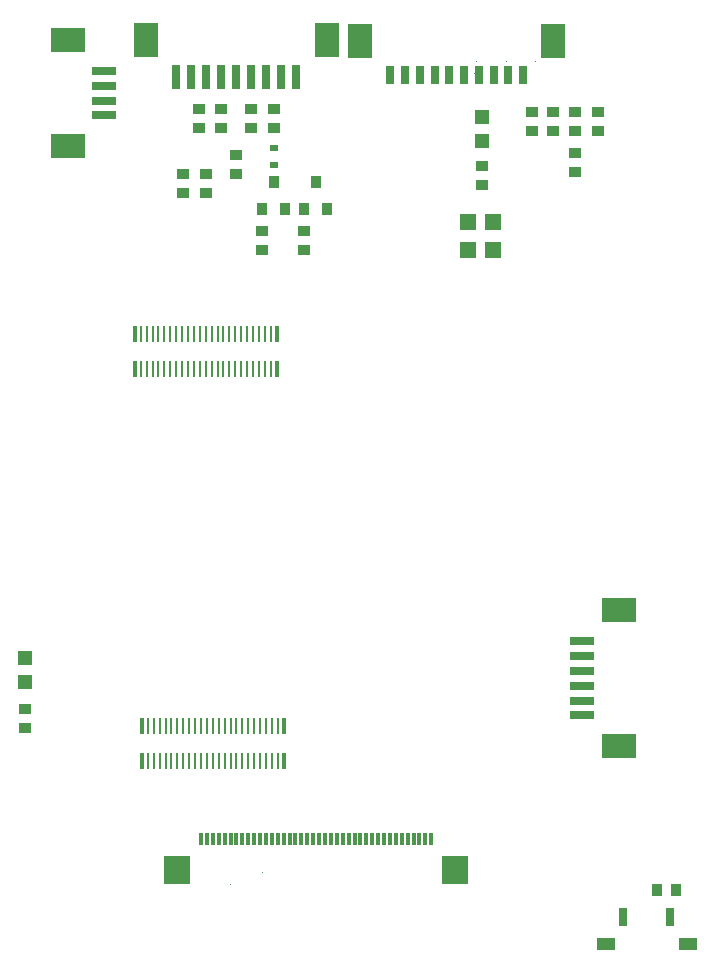
<source format=gtp>
%FSLAX44Y44*%
%MOMM*%
G71*
G01*
G75*
G04 Layer_Color=8421504*
%ADD10R,0.8000X1.5000*%
%ADD11R,1.5000X1.0000*%
%ADD12R,1.0160X0.8890*%
%ADD13R,0.3000X1.3500*%
%ADD14R,0.2500X1.3500*%
%ADD15R,3.0000X2.1000*%
%ADD16R,2.1000X0.8000*%
%ADD17R,2.1844X2.4130*%
%ADD18R,0.3000X1.1000*%
%ADD19R,0.8128X1.0668*%
%ADD20R,0.8000X1.6000*%
%ADD21R,2.1000X3.0000*%
%ADD22R,0.8000X2.1000*%
%ADD23R,1.2954X1.1938*%
%ADD24R,0.8890X1.0160*%
%ADD25R,0.7000X0.6000*%
%ADD26R,1.3970X1.3970*%
%ADD27C,0.6000*%
%ADD28C,0.2540*%
%ADD29C,0.5000*%
%ADD30C,1.0000*%
%ADD31C,0.0254*%
%ADD32C,0.0254*%
G04:AMPARAMS|DCode=33|XSize=4mm|YSize=4mm|CornerRadius=2mm|HoleSize=0mm|Usage=FLASHONLY|Rotation=0.000|XOffset=0mm|YOffset=0mm|HoleType=Round|Shape=RoundedRectangle|*
%AMROUNDEDRECTD33*
21,1,4.0000,0.0000,0,0,0.0*
21,1,0.0000,4.0000,0,0,0.0*
1,1,4.0000,0.0000,0.0000*
1,1,4.0000,0.0000,0.0000*
1,1,4.0000,0.0000,0.0000*
1,1,4.0000,0.0000,0.0000*
%
%ADD33ROUNDEDRECTD33*%
%ADD34C,0.4500*%
%ADD35R,0.8128X0.8128*%
%ADD36R,1.2700X0.5080*%
%ADD37R,0.5000X0.8000*%
%ADD38R,1.3970X1.3970*%
%ADD39R,0.8000X1.5000*%
%ADD40R,1.4500X2.0000*%
%ADD41R,0.6096X2.0320*%
%ADD42O,0.6096X2.0320*%
%ADD43R,1.2000X1.8000*%
%ADD44R,1.0000X1.6000*%
%ADD45R,2.0000X2.0000*%
%ADD46R,2.5000X2.2000*%
%ADD47R,1.2954X1.6002*%
%ADD48R,1.6000X1.2000*%
%ADD49R,1.0668X0.8128*%
%ADD50R,3.5000X1.0000*%
%ADD51R,1.2000X1.6000*%
%ADD52R,2.1500X6.3000*%
%ADD53C,0.8000*%
%ADD54C,0.1200*%
%ADD55C,0.1000*%
%ADD56C,0.1501*%
%ADD57C,0.1500*%
%ADD58C,0.1250*%
%ADD59C,0.2032*%
D10*
X274800Y40230D02*
D03*
X235100D02*
D03*
D11*
X290000Y17630D02*
D03*
X220000D02*
D03*
D12*
X-271780Y200279D02*
D03*
Y216281D02*
D03*
X-34989Y604869D02*
D03*
Y620871D02*
D03*
X-70549Y604869D02*
D03*
Y620871D02*
D03*
X194310Y671449D02*
D03*
Y687451D02*
D03*
X-137500Y653288D02*
D03*
Y669290D02*
D03*
X-80010Y724281D02*
D03*
Y708279D02*
D03*
X-60960Y724281D02*
D03*
Y708279D02*
D03*
X-124460D02*
D03*
Y724281D02*
D03*
X194310Y705739D02*
D03*
Y721741D02*
D03*
X175730Y705739D02*
D03*
Y721741D02*
D03*
X157480Y705739D02*
D03*
Y721741D02*
D03*
X213360Y705739D02*
D03*
Y721741D02*
D03*
X-105410Y708279D02*
D03*
Y724281D02*
D03*
X-92710Y669429D02*
D03*
Y685431D02*
D03*
X-118500Y669290D02*
D03*
Y653288D02*
D03*
X115570Y660019D02*
D03*
Y676021D02*
D03*
D13*
X-178750Y504310D02*
D03*
Y533810D02*
D03*
X-58250Y504310D02*
D03*
Y533810D02*
D03*
X-172750Y172310D02*
D03*
Y201810D02*
D03*
X-52250Y172310D02*
D03*
Y201810D02*
D03*
D14*
X-173500Y504310D02*
D03*
Y533810D02*
D03*
X-168500Y504310D02*
D03*
Y533810D02*
D03*
X-163500Y504310D02*
D03*
Y533810D02*
D03*
X-158500Y504310D02*
D03*
Y533810D02*
D03*
X-153500Y504310D02*
D03*
Y533810D02*
D03*
X-148500Y504310D02*
D03*
Y533810D02*
D03*
X-143500Y504310D02*
D03*
Y533810D02*
D03*
X-138500Y504310D02*
D03*
Y533810D02*
D03*
X-133500Y504310D02*
D03*
Y533810D02*
D03*
X-128500Y504310D02*
D03*
Y533810D02*
D03*
X-123500Y504310D02*
D03*
Y533810D02*
D03*
X-118500Y504310D02*
D03*
Y533810D02*
D03*
X-113500Y504310D02*
D03*
Y533810D02*
D03*
X-108500Y504310D02*
D03*
Y533810D02*
D03*
X-103500Y504310D02*
D03*
Y533810D02*
D03*
X-98500Y504310D02*
D03*
Y533810D02*
D03*
X-93500Y504310D02*
D03*
Y533810D02*
D03*
X-88500Y504310D02*
D03*
Y533810D02*
D03*
X-83500Y504310D02*
D03*
Y533810D02*
D03*
X-78500Y504310D02*
D03*
Y533810D02*
D03*
X-73500Y504310D02*
D03*
Y533810D02*
D03*
X-68500Y504310D02*
D03*
Y533810D02*
D03*
X-63500Y504310D02*
D03*
Y533810D02*
D03*
X-167500Y172310D02*
D03*
Y201810D02*
D03*
X-162500Y172310D02*
D03*
Y201810D02*
D03*
X-157500Y172310D02*
D03*
Y201810D02*
D03*
X-152500Y172310D02*
D03*
Y201810D02*
D03*
X-147500Y172310D02*
D03*
Y201810D02*
D03*
X-142500Y172310D02*
D03*
Y201810D02*
D03*
X-137500Y172310D02*
D03*
Y201810D02*
D03*
X-132500Y172310D02*
D03*
Y201810D02*
D03*
X-127500Y172310D02*
D03*
Y201810D02*
D03*
X-122500Y172310D02*
D03*
Y201810D02*
D03*
X-117500Y172310D02*
D03*
Y201810D02*
D03*
X-112500Y172310D02*
D03*
Y201810D02*
D03*
X-107500Y172310D02*
D03*
Y201810D02*
D03*
X-102500Y172310D02*
D03*
Y201810D02*
D03*
X-97500Y172310D02*
D03*
Y201810D02*
D03*
X-92500Y172310D02*
D03*
Y201810D02*
D03*
X-87500Y172310D02*
D03*
Y201810D02*
D03*
X-82500Y172310D02*
D03*
Y201810D02*
D03*
X-77500Y172310D02*
D03*
Y201810D02*
D03*
X-72500Y172310D02*
D03*
Y201810D02*
D03*
X-67500Y172310D02*
D03*
Y201810D02*
D03*
X-62500Y172310D02*
D03*
Y201810D02*
D03*
X-57500Y172310D02*
D03*
Y201810D02*
D03*
D15*
X231400Y300270D02*
D03*
Y184870D02*
D03*
X-235210Y782870D02*
D03*
Y692870D02*
D03*
D16*
X200400Y274020D02*
D03*
Y261520D02*
D03*
Y223620D02*
D03*
Y211120D02*
D03*
Y236320D02*
D03*
Y248820D02*
D03*
X-204210Y719120D02*
D03*
Y731620D02*
D03*
Y744120D02*
D03*
Y756620D02*
D03*
D17*
X92443Y80065D02*
D03*
X-142437Y80065D02*
D03*
D18*
X-122500Y106500D02*
D03*
X-117500D02*
D03*
X-112500D02*
D03*
X-107500D02*
D03*
X-102500D02*
D03*
X-97500D02*
D03*
X-92500D02*
D03*
X-87500D02*
D03*
X-82500D02*
D03*
X-77500D02*
D03*
X-72500D02*
D03*
X-67500D02*
D03*
X-62500D02*
D03*
X-57500D02*
D03*
X-52500D02*
D03*
X-47500D02*
D03*
X-42500D02*
D03*
X-37500D02*
D03*
X-32500D02*
D03*
X-27500D02*
D03*
X-22500D02*
D03*
X-17500D02*
D03*
X-12500D02*
D03*
X-7500D02*
D03*
X-2500D02*
D03*
X2500D02*
D03*
X7500D02*
D03*
X12500D02*
D03*
X17500D02*
D03*
X22500D02*
D03*
X27500D02*
D03*
X32500D02*
D03*
X37500D02*
D03*
X42500D02*
D03*
X47500D02*
D03*
X52500D02*
D03*
X57500D02*
D03*
X62500D02*
D03*
X67500D02*
D03*
X72500D02*
D03*
D19*
X-25451Y662902D02*
D03*
X-15913Y639966D02*
D03*
X-34989D02*
D03*
X-61011Y662902D02*
D03*
X-51473Y639966D02*
D03*
X-70549D02*
D03*
D20*
X150230Y753320D02*
D03*
X137730D02*
D03*
X112730D02*
D03*
X87730D02*
D03*
X75230D02*
D03*
X62730D02*
D03*
X50230D02*
D03*
X37730D02*
D03*
X100230D02*
D03*
X125230D02*
D03*
D21*
X175730Y782320D02*
D03*
X12230D02*
D03*
X-15960Y782580D02*
D03*
X-169460D02*
D03*
D22*
X-42010Y751580D02*
D03*
X-143410D02*
D03*
X-130710D02*
D03*
X-54710D02*
D03*
X-67410D02*
D03*
X-105310D02*
D03*
X-92810D02*
D03*
X-80110D02*
D03*
X-118010D02*
D03*
D23*
X-271780Y239770D02*
D03*
Y259770D02*
D03*
X115570Y697390D02*
D03*
Y717390D02*
D03*
D24*
X279781Y63500D02*
D03*
X263779D02*
D03*
D25*
X-60960Y677430D02*
D03*
Y691630D02*
D03*
D26*
X103505Y628650D02*
D03*
X125095D02*
D03*
X103505Y604869D02*
D03*
X125095D02*
D03*
D31*
X-71250Y78600D02*
X-71243D01*
X-97750Y68000D02*
X-97743D01*
X160473Y765320D02*
X160480D01*
X133973Y754720D02*
X133980D01*
X135473Y765320D02*
X135480D01*
X110473D02*
X110480D01*
X83973Y754720D02*
X83980D01*
X108973D02*
X108980D01*
X135473Y765320D02*
X135480D01*
M02*

</source>
